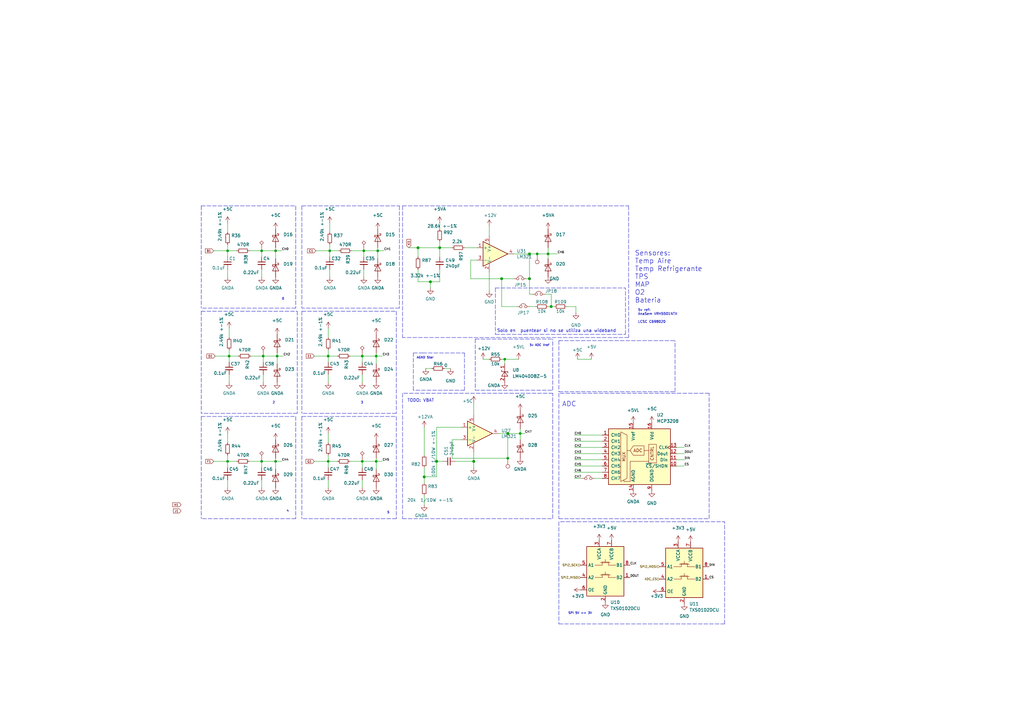
<source format=kicad_sch>
(kicad_sch (version 20211123) (generator eeschema)
  (paper "A3")
  (title_block (title "uEFI") (date "%%date%%") (rev "%%version%%") (company "Churrosoft") (comment 1 "MIT Licence"))
  (junction (at 113.03 102.87))
  (junction (at 224.79 104.14))
  (junction (at 171.45 101.6) (diameter 1.016))
  (junction (at 217.17 104.14) (diameter 1.016))
  (junction (at 179.07 189.23) (diameter 1.016))
  (junction (at 213.36 177.8))
  (junction (at 93.98 146.05))
  (junction (at 180.34 101.6) (diameter 1.016))
  (junction (at 93.345 102.87))
  (junction (at 148.59 189.23))
  (junction (at 220.345 104.14))
  (junction (at 93.345 189.23))
  (junction (at 107.315 102.87))
  (junction (at 208.28 177.8) (diameter 1.016))
  (junction (at 154.305 189.23))
  (junction (at 176.53 115.57) (diameter 1.016))
  (junction (at 113.03 189.23))
  (junction (at 208.28 187.96))
  (junction (at 134.62 189.23))
  (junction (at 107.95 146.05))
  (junction (at 226.06 125.73) (diameter 1.016))
  (junction (at 194.31 189.23) (diameter 1.016))
  (junction (at 207.01 147.32))
  (junction (at 134.62 146.05))
  (junction (at 148.59 146.05))
  (junction (at 154.305 146.05))
  (junction (at 217.17 114.3) (diameter 1.016))
  (junction (at 154.94 102.87))
  (junction (at 205.74 114.3) (diameter 1.016))
  (junction (at 113.665 146.05))
  (junction (at 107.315 189.23))
  (junction (at 149.225 102.87))
  (junction (at 173.99 195.58) (diameter 1.016))
  (junction (at 135.255 102.87))
  (polyline (pts (xy 82.55 170.815) (xy 121.285 170.815)))
  (wire (pts (xy 232.41 125.73) (xy 236.22 125.73)))
  (wire (pts (xy 149.225 110.49) (xy 149.225 113.665)))
  (wire (pts (xy 93.345 196.85) (xy 93.345 200.025)))
  (polyline (pts (xy 165.1 212.725) (xy 226.695 212.725)) (stroke (width 0) (type dash)))
  (polyline (pts (xy 123.825 84.455) (xy 163.83 84.455)))
  (wire (pts (xy 176.53 115.57) (xy 180.34 115.57)))
  (wire (pts (xy 180.34 101.6) (xy 171.45 101.6)))
  (wire (pts (xy 154.305 144.78) (xy 154.305 146.05)))
  (wire (pts (xy 189.23 180.34) (xy 185.42 180.34)))
  (polyline (pts (xy 162.56 169.545) (xy 123.825 169.545)))
  (wire (pts (xy 205.74 125.73) (xy 205.74 114.3)))
  (wire (pts (xy 135.255 102.87) (xy 139.065 102.87)))
  (polyline (pts (xy 121.285 84.455) (xy 121.285 126.365)))
  (polyline (pts (xy 123.825 170.815) (xy 123.825 212.725)))
  (polyline (pts (xy 257.81 84.455) (xy 257.81 138.43)))
  (polyline (pts (xy 165.1 84.455) (xy 257.81 84.455)))
  (polyline (pts (xy 256.54 137.16) (xy 256.54 118.11)) (stroke (width 0) (type dash)))
  (wire (pts (xy 224.79 125.73) (xy 226.06 125.73)))
  (wire (pts (xy 107.95 148.59) (xy 107.95 146.05)))
  (polyline (pts (xy 229.235 213.995) (xy 229.235 255.905)))
  (wire (pts (xy 128.905 146.05) (xy 134.62 146.05)))
  (wire (pts (xy 173.99 175.26) (xy 173.99 186.69)))
  (wire (pts (xy 87.63 102.87) (xy 93.345 102.87)))
  (wire (pts (xy 194.31 170.18) (xy 194.31 165.1)))
  (wire (pts (xy 173.99 195.58) (xy 173.99 198.12)))
  (wire (pts (xy 113.665 146.05) (xy 116.205 146.05)))
  (wire (pts (xy 180.34 91.44) (xy 180.34 93.98)))
  (wire (pts (xy 213.36 175.895) (xy 213.36 177.8)))
  (wire (pts (xy 185.42 101.6) (xy 180.34 101.6)))
  (wire (pts (xy 113.03 189.23) (xy 115.57 189.23)))
  (polyline (pts (xy 229.235 139.7) (xy 229.235 160.655)))
  (wire (pts (xy 224.79 101.6) (xy 224.79 104.14)))
  (polyline (pts (xy 121.285 126.365) (xy 82.55 126.365)))
  (polyline (pts (xy 194.945 139.065) (xy 194.945 160.02)))
  (wire (pts (xy 134.62 146.05) (xy 138.43 146.05)))
  (wire (pts (xy 113.03 101.6) (xy 113.03 102.87)))
  (polyline (pts (xy 121.92 127.635) (xy 121.92 169.545)))
  (wire (pts (xy 102.235 102.87) (xy 107.315 102.87)))
  (wire (pts (xy 93.98 146.05) (xy 97.79 146.05)))
  (wire (pts (xy 208.28 177.8) (xy 204.47 177.8)))
  (wire (pts (xy 154.305 189.23) (xy 156.845 189.23)))
  (polyline (pts (xy 162.56 212.725) (xy 123.825 212.725)))
  (wire (pts (xy 93.98 134.62) (xy 93.98 138.43)))
  (polyline (pts (xy 123.825 127.635) (xy 162.56 127.635)))
  (wire (pts (xy 143.51 146.05) (xy 148.59 146.05)))
  (wire (pts (xy 217.17 104.14) (xy 210.82 104.14)))
  (wire (pts (xy 143.51 189.23) (xy 148.59 189.23)))
  (wire (pts (xy 134.62 153.67) (xy 134.62 156.845)))
  (wire (pts (xy 226.06 120.65) (xy 223.52 120.65)))
  (wire (pts (xy 236.22 125.73) (xy 236.22 128.27)))
  (wire (pts (xy 210.82 114.3) (xy 205.74 114.3)))
  (polyline (pts (xy 165.1 161.29) (xy 165.1 212.725)) (stroke (width 0) (type dash)))
  (wire (pts (xy 185.42 187.96) (xy 208.28 187.96)))
  (polyline (pts (xy 229.235 161.29) (xy 229.235 212.725)) (stroke (width 0) (type dash)))
  (wire (pts (xy 277.495 183.515) (xy 280.67 183.515)))
  (wire (pts (xy 181.61 189.23) (xy 179.07 189.23)))
  (wire (pts (xy 87.63 189.23) (xy 93.345 189.23)))
  (wire (pts (xy 174.625 151.13) (xy 177.165 151.13)))
  (polyline (pts (xy 194.945 139.065) (xy 226.695 139.065)))
  (wire (pts (xy 149.225 102.87) (xy 154.94 102.87)))
  (wire (pts (xy 148.59 146.05) (xy 154.305 146.05)))
  (wire (pts (xy 148.59 153.67) (xy 148.59 156.845)))
  (wire (pts (xy 217.17 104.14) (xy 220.345 104.14)))
  (wire (pts (xy 107.95 153.67) (xy 107.95 156.845)))
  (wire (pts (xy 93.98 146.05) (xy 93.98 148.59)))
  (polyline (pts (xy 169.545 144.78) (xy 173.355 144.78)))
  (polyline (pts (xy 229.235 139.7) (xy 276.86 139.7)))
  (wire (pts (xy 154.305 146.05) (xy 156.845 146.05)))
  (polyline (pts (xy 121.92 169.545) (xy 82.55 169.545)))
  (polyline (pts (xy 276.86 160.655) (xy 276.86 139.7)))
  (wire (pts (xy 154.305 187.96) (xy 154.305 189.23)))
  (wire (pts (xy 171.45 115.57) (xy 176.53 115.57)))
  (wire (pts (xy 235.585 191.135) (xy 247.015 191.135)))
  (wire (pts (xy 212.09 125.73) (xy 205.74 125.73)))
  (wire (pts (xy 213.36 177.8) (xy 215.265 177.8)))
  (wire (pts (xy 215.9 114.3) (xy 217.17 114.3)))
  (wire (pts (xy 134.62 189.23) (xy 138.43 189.23)))
  (wire (pts (xy 93.98 153.67) (xy 93.98 156.845)))
  (wire (pts (xy 148.59 196.85) (xy 148.59 200.025)))
  (wire (pts (xy 113.03 189.23) (xy 113.03 192.405)))
  (wire (pts (xy 185.42 180.34) (xy 185.42 187.96)))
  (wire (pts (xy 236.855 147.32) (xy 242.57 147.32)))
  (wire (pts (xy 171.45 105.41) (xy 171.45 101.6)))
  (polyline (pts (xy 257.81 138.43) (xy 165.1 138.43)))
  (wire (pts (xy 173.99 203.2) (xy 173.99 207.01)))
  (wire (pts (xy 179.07 175.26) (xy 189.23 175.26)))
  (wire (pts (xy 207.01 147.32) (xy 212.725 147.32)))
  (wire (pts (xy 171.45 101.6) (xy 167.64 101.6)))
  (wire (pts (xy 134.62 196.85) (xy 134.62 200.025)))
  (wire (pts (xy 154.94 101.6) (xy 154.94 102.87)))
  (wire (pts (xy 277.495 188.595) (xy 280.67 188.595)))
  (wire (pts (xy 200.66 96.52) (xy 200.66 92.71)))
  (wire (pts (xy 205.74 147.32) (xy 207.01 147.32)))
  (wire (pts (xy 148.59 189.23) (xy 154.305 189.23)))
  (wire (pts (xy 107.315 105.41) (xy 107.315 102.87)))
  (wire (pts (xy 88.265 146.05) (xy 93.98 146.05)))
  (wire (pts (xy 102.235 189.23) (xy 107.315 189.23)))
  (polyline (pts (xy 163.83 84.455) (xy 163.83 126.365)))
  (wire (pts (xy 217.17 125.73) (xy 219.71 125.73)))
  (wire (pts (xy 217.17 120.65) (xy 217.17 114.3)))
  (wire (pts (xy 107.315 189.23) (xy 113.03 189.23)))
  (polyline (pts (xy 169.545 160.02) (xy 169.545 144.78)))
  (wire (pts (xy 226.06 125.73) (xy 226.06 120.65)))
  (polyline (pts (xy 123.825 84.455) (xy 123.825 126.365)))
  (wire (pts (xy 180.34 99.06) (xy 180.34 101.6)))
  (polyline (pts (xy 203.2 118.11) (xy 256.54 118.11)) (stroke (width 0) (type dash)))
  (wire (pts (xy 107.315 196.85) (xy 107.315 200.025)))
  (polyline (pts (xy 203.2 118.11) (xy 203.2 137.16)) (stroke (width 0) (type dash)))
  (polyline (pts (xy 226.695 161.29) (xy 165.1 161.29)) (stroke (width 0) (type dash)))
  (polyline (pts (xy 190.5 144.78) (xy 190.5 160.02)))
  (wire (pts (xy 194.31 189.23) (xy 194.31 185.42)))
  (wire (pts (xy 235.585 183.515) (xy 247.015 183.515)))
  (wire (pts (xy 107.315 102.87) (xy 113.03 102.87)))
  (wire (pts (xy 102.87 146.05) (xy 107.95 146.05)))
  (polyline (pts (xy 190.5 160.02) (xy 169.545 160.02)))
  (wire (pts (xy 134.62 146.05) (xy 134.62 148.59)))
  (wire (pts (xy 107.315 191.77) (xy 107.315 189.23)))
  (wire (pts (xy 134.62 143.51) (xy 134.62 146.05)))
  (wire (pts (xy 180.34 101.6) (xy 180.34 105.41)))
  (wire (pts (xy 179.07 175.26) (xy 179.07 189.23)))
  (wire (pts (xy 134.62 189.23) (xy 134.62 191.77)))
  (wire (pts (xy 93.345 186.69) (xy 93.345 189.23)))
  (wire (pts (xy 154.94 102.87) (xy 154.94 106.045)))
  (polyline (pts (xy 121.285 212.725) (xy 82.55 212.725)))
  (polyline (pts (xy 82.55 127.635) (xy 82.55 169.545)))
  (wire (pts (xy 171.45 110.49) (xy 171.45 115.57)))
  (wire (pts (xy 235.585 196.215) (xy 238.76 196.215)))
  (wire (pts (xy 243.84 196.215) (xy 247.015 196.215)))
  (polyline (pts (xy 203.2 137.16) (xy 256.54 137.16)) (stroke (width 0) (type dash)))
  (wire (pts (xy 148.59 148.59) (xy 148.59 146.05)))
  (wire (pts (xy 179.07 189.23) (xy 179.07 195.58)))
  (wire (pts (xy 154.305 146.05) (xy 154.305 149.225)))
  (wire (pts (xy 113.03 187.96) (xy 113.03 189.23)))
  (wire (pts (xy 218.44 120.65) (xy 217.17 120.65)))
  (wire (pts (xy 93.345 102.87) (xy 93.345 105.41)))
  (wire (pts (xy 205.74 114.3) (xy 193.04 114.3)))
  (polyline (pts (xy 82.55 84.455) (xy 82.55 126.365)))
  (polyline (pts (xy 290.83 161.29) (xy 229.235 161.29)) (stroke (width 0) (type dash)))
  (wire (pts (xy 93.345 91.44) (xy 93.345 95.25)))
  (wire (pts (xy 235.585 193.675) (xy 247.015 193.675)))
  (wire (pts (xy 107.95 146.05) (xy 113.665 146.05)))
  (wire (pts (xy 277.495 191.135) (xy 280.67 191.135)))
  (wire (pts (xy 134.62 186.69) (xy 134.62 189.23)))
  (wire (pts (xy 149.225 105.41) (xy 149.225 102.87)))
  (wire (pts (xy 154.94 102.87) (xy 157.48 102.87)))
  (polyline (pts (xy 226.695 212.725) (xy 226.695 161.29)) (stroke (width 0) (type dash)))
  (wire (pts (xy 195.58 106.68) (xy 193.04 106.68)))
  (wire (pts (xy 129.54 102.87) (xy 135.255 102.87)))
  (wire (pts (xy 128.905 189.23) (xy 134.62 189.23)))
  (wire (pts (xy 235.585 188.595) (xy 247.015 188.595)))
  (wire (pts (xy 93.345 110.49) (xy 93.345 113.665)))
  (wire (pts (xy 224.79 104.14) (xy 228.6 104.14)))
  (polyline (pts (xy 173.355 144.78) (xy 190.5 144.78)))
  (wire (pts (xy 182.245 151.13) (xy 184.785 151.13)))
  (wire (pts (xy 226.06 125.73) (xy 227.33 125.73)))
  (wire (pts (xy 190.5 101.6) (xy 195.58 101.6)))
  (wire (pts (xy 154.305 189.23) (xy 154.305 192.405)))
  (polyline (pts (xy 297.18 255.905) (xy 297.18 213.995)))
  (wire (pts (xy 193.04 106.68) (xy 193.04 114.3)))
  (wire (pts (xy 113.665 146.05) (xy 113.665 149.225)))
  (wire (pts (xy 135.255 100.33) (xy 135.255 102.87)))
  (polyline (pts (xy 82.55 127.635) (xy 121.92 127.635)))
  (polyline (pts (xy 194.945 160.02) (xy 226.695 160.02)))
  (polyline (pts (xy 82.55 170.815) (xy 82.55 212.725)))
  (polyline (pts (xy 121.285 170.815) (xy 121.285 212.725)))
  (polyline (pts (xy 163.83 126.365) (xy 123.825 126.365)))
  (wire (pts (xy 113.03 102.87) (xy 115.57 102.87)))
  (wire (pts (xy 134.62 134.62) (xy 134.62 138.43)))
  (wire (pts (xy 93.345 189.23) (xy 93.345 191.77)))
  (polyline (pts (xy 123.825 170.815) (xy 162.56 170.815)))
  (wire (pts (xy 194.31 191.77) (xy 194.31 189.23)))
  (wire (pts (xy 213.36 177.8) (xy 213.36 180.34)))
  (wire (pts (xy 107.315 110.49) (xy 107.315 113.665)))
  (polyline (pts (xy 82.55 84.455) (xy 121.285 84.455)))
  (polyline (pts (xy 123.825 127.635) (xy 123.825 169.545)))
  (wire (pts (xy 113.665 144.78) (xy 113.665 146.05)))
  (wire (pts (xy 200.66 111.76) (xy 200.66 119.38)))
  (wire (pts (xy 198.12 147.32) (xy 200.66 147.32)))
  (wire (pts (xy 235.585 186.055) (xy 247.015 186.055)))
  (wire (pts (xy 208.28 187.96) (xy 208.28 177.8)))
  (wire (pts (xy 135.255 91.44) (xy 135.255 95.25)))
  (wire (pts (xy 135.255 110.49) (xy 135.255 113.665)))
  (polyline (pts (xy 165.1 84.455) (xy 165.1 138.43)))
  (wire (pts (xy 217.17 114.3) (xy 217.17 104.14)))
  (wire (pts (xy 144.145 102.87) (xy 149.225 102.87)))
  (wire (pts (xy 93.345 189.23) (xy 97.155 189.23)))
  (wire (pts (xy 93.98 143.51) (xy 93.98 146.05)))
  (wire (pts (xy 134.62 177.8) (xy 134.62 181.61)))
  (polyline (pts (xy 229.235 255.905) (xy 297.18 255.905)))
  (polyline (pts (xy 229.87 213.995) (xy 297.18 213.995)))
  (wire (pts (xy 207.01 147.32) (xy 207.01 149.225)))
  (polyline (pts (xy 162.56 127.635) (xy 162.56 169.545)))
  (wire (pts (xy 176.53 118.11) (xy 176.53 115.57)))
  (wire (pts (xy 173.99 191.77) (xy 173.99 195.58)))
  (wire (pts (xy 148.59 191.77) (xy 148.59 189.23)))
  (wire (pts (xy 93.345 102.87) (xy 97.155 102.87)))
  (wire (pts (xy 93.345 100.33) (xy 93.345 102.87)))
  (wire (pts (xy 93.345 177.8) (xy 93.345 181.61)))
  (wire (pts (xy 235.585 180.975) (xy 247.015 180.975)))
  (polyline (pts (xy 290.83 212.725) (xy 290.83 161.29)) (stroke (width 0) (type dash)))
  (wire (pts (xy 180.34 115.57) (xy 180.34 110.49)))
  (wire (pts (xy 179.07 195.58) (xy 173.99 195.58)))
  (polyline (pts (xy 162.56 170.815) (xy 162.56 212.725)))
  (wire (pts (xy 186.69 189.23) (xy 194.31 189.23)))
  (wire (pts (xy 224.79 104.14) (xy 224.79 106.045)))
  (wire (pts (xy 220.345 104.14) (xy 224.79 104.14)))
  (wire (pts (xy 113.03 102.87) (xy 113.03 106.045)))
  (wire (pts (xy 277.495 186.055) (xy 280.67 186.055)))
  (wire (pts (xy 235.585 178.435) (xy 247.015 178.435)))
  (polyline (pts (xy 229.235 160.655) (xy 276.86 160.655)))
  (polyline (pts (xy 226.695 160.02) (xy 226.695 139.065)))
  (wire (pts (xy 208.28 177.8) (xy 213.36 177.8)))
  (polyline (pts (xy 229.235 212.725) (xy 290.83 212.725)) (stroke (width 0) (type dash)))
  (wire (pts (xy 135.255 102.87) (xy 135.255 105.41)))
  (text "TODO: VBAT" (at 167.005 165.1 0) (effects (font (size 1.27 1.27)) (justify left bottom)))
  (text "2" (at 111.76 165.735 0) (effects (font (size 0.889 0.889)) (justify left bottom)))
  (text "Sensores:\nTemp Aire\nTemp Refrigerante\nTPS\nMAP\nO2\nBateria\n" (at 260.35 124.46 0) (effects (font (size 2 2)) (justify left bottom)))
  (text "5" (at 158.75 210.82 0) (effects (font (size 0.889 0.889)) (justify left bottom)))
  (text "Solo en  puentear si no se utiliza una wideband" (at 203.835 136.525 0) (effects (font (size 1.3 1.3)) (justify left bottom)))
  (text "ADC" (at 230.505 167.005 0) (effects (font (size 2 2)) (justify left bottom)))
  (text "3" (at 147.955 165.735 0) (effects (font (size 0.889 0.889)) (justify left bottom)))
  (text "5v ADC Vref" (at 217.17 142.24 0) (effects (font (size 0.889 0.889)) (justify left bottom)))
  (text "SPI 5V => 3V" (at 233.045 252.095 0) (effects (font (size 0.889 0.889)) (justify left bottom)))
  (text "5v ref:\nAnaSem VRH5501NTX\n\nLCSC C698020" (at 261.62 132.715 0) (effects (font (size 1 1)) (justify left bottom)))
  (text "4" (at 117.475 210.185 0) (effects (font (size 0.889 0.889)) (justify left bottom)))
  (text "0" (at 115.57 123.19 0) (effects (font (size 0.889 0.889)) (justify left bottom)))
  (text "AGND Star" (at 170.815 147.32 0) (effects (font (size 0.889 0.889)) (justify left bottom)))
  (label "DIN" (at 290.83 232.41 0) (effects (font (size 0.889 0.889))))
  (label "CH1" (at 157.48 102.87 0) (effects (font (size 0.889 0.889))))
  (label "CH3" (at 156.845 146.05 0) (effects (font (size 0.889 0.889))))
  (label "CS" (at 290.83 237.49 0) (effects (font (size 0.889 0.889))))
  (label "CH2" (at 116.205 146.05 0) (effects (font (size 0.889 0.889))))
  (label "CH7" (at 215.265 177.8 0) (effects (font (size 0.889 0.889))))
  (label "CH5" (at 156.845 189.23 0) (effects (font (size 0.889 0.889))))
  (label "CH4" (at 115.57 189.23 0) (effects (font (size 0.889 0.889))))
  (label "CH5" (at 235.585 191.135 0) (effects (font (size 0.889 0.889))))
  (label "DOUT" (at 258.445 236.855 0) (effects (font (size 0.889 0.889))))
  (label "CLK" (at 258.445 231.775 0) (effects (font (size 0.889 0.889))))
  (label "CH7" (at 235.585 196.215 0) (effects (font (size 0.889 0.889))))
  (label "DIN" (at 280.67 188.595 0) (effects (font (size 0.889 0.889))))
  (label "CS" (at 280.67 191.135 0) (effects (font (size 0.889 0.889))))
  (label "CH3" (at 235.585 186.055 0) (effects (font (size 0.889 0.889))))
  (label "CLK" (at 280.67 183.515 0) (effects (font (size 0.889 0.889))))
  (label "DOUT" (at 280.67 186.055 0) (effects (font (size 0.889 0.889))))
  (label "CH1" (at 235.585 180.975 0) (effects (font (size 0.889 0.889))))
  (label "CH6" (at 228.6 104.14 0) (effects (font (size 0.889 0.889))))
  (label "CH0" (at 235.585 178.435 0) (effects (font (size 0.889 0.889))))
  (label "CH6" (at 235.585 193.675 0) (effects (font (size 0.889 0.889))))
  (label "CH2" (at 235.585 183.515 0) (effects (font (size 0.889 0.889))))
  (label "CH0" (at 115.57 102.87 0) (effects (font (size 0.889 0.889))))
  (label "CH4" (at 235.585 188.595 0) (effects (font (size 0.889 0.889))))
  (global_label "H1" (shape input) (at 74.295 207.01 180) (effects (font (size 0.889 0.889))) (property "Intersheet References" "${INTERSHEET_REFS}" (effects hide)))
  (global_label "G1" (shape input) (at 128.905 189.23 180) (effects (font (size 0.889 0.889))) (property "Intersheet References" "${INTERSHEET_REFS}" (effects hide)))
  (global_label "K1" (shape input) (at 167.64 101.6 90) (effects (font (size 0.889 0.889))) (property "Intersheet References" "${INTERSHEET_REFS}" (effects hide)))
  (global_label "C1" (shape input) (at 129.54 102.87 180) (effects (font (size 0.889 0.889))) (property "Intersheet References" "${INTERSHEET_REFS}" (effects hide)))
  (global_label "B1" (shape input) (at 87.63 102.87 180) (effects (font (size 0.889 0.889))) (property "Intersheet References" "${INTERSHEET_REFS}" (effects hide)))
  (global_label "D1" (shape input) (at 88.265 146.05 180) (effects (font (size 0.889 0.889))) (property "Intersheet References" "${INTERSHEET_REFS}" (effects hide)))
  (global_label "J1" (shape input) (at 74.295 209.55 180) (effects (font (size 0.889 0.889))) (property "Intersheet References" "${INTERSHEET_REFS}" (effects hide)))
  (global_label "E1" (shape input) (at 128.905 146.05 180) (effects (font (size 0.889 0.889))) (property "Intersheet References" "${INTERSHEET_REFS}" (effects hide)))
  (global_label "F1" (shape input) (at 87.63 189.23 180) (effects (font (size 0.889 0.889))) (property "Intersheet References" "${INTERSHEET_REFS}" (effects hide)))
  (hierarchical_label "ADC_CS" (shape input) (at 270.51 237.49 180) (effects (font (size 0.889 0.889))))
  (hierarchical_label "SPI2_MISO" (shape input) (at 238.125 236.855 180) (effects (font (size 0.889 0.889))))
  (hierarchical_label "SPI2_MOSI" (shape input) (at 270.51 232.41 180) (effects (font (size 0.889 0.889))))
  (hierarchical_label "SPI2_SCK" (shape input) (at 238.125 231.775 180) (effects (font (size 0.889 0.889))))
  (symbol (lib_id "Device:C_Small") (at 184.15 189.23 90) (unit 1)
    (property "Reference" "C51" (at 182.9816 186.8932 0) (effects (justify left)))
    (property "Value" "240pF" (at 185.293 186.8932 0) (effects (justify left)))
    (property "Footprint" "Capacitor_SMD:C_0603_1608Metric" (effects hide))
    (property "LCSC" "C185593" (effects hide))
  )
  (symbol (lib_id "Device:R_Small") (at 222.25 125.73 270) (mirror x) (unit 1)
    (property "Reference" "R108" (at 222.25 123.825 90))
    (property "Value" "10k" (at 222.25 127.635 90))
    (property "Footprint" "Resistor_SMD:R_0603_1608Metric" (effects hide))
  )
  (symbol (lib_id "Device:R_Small") (at 229.87 125.73 270) (mirror x) (unit 1)
    (property "Reference" "R109" (at 229.87 123.825 90))
    (property "Value" "10k" (at 229.87 127.635 90))
    (property "Footprint" "Resistor_SMD:R_0603_1608Metric" (effects hide))
  )
  (symbol (lib_id "Device:Jumper_NC_Small") (at 214.63 125.73 0) (unit 1)
    (property "Reference" "JP17" (at 214.63 128.27 0))
    (property "Value" "Jumper_NC_Small" (effects hide))
    (property "Footprint" "Jumper:SolderJumper-2_P1.3mm_Open_TrianglePad1.0x1.5mm" (effects hide))
  )
  (symbol (lib_id "Device:Jumper_NC_Small") (at 213.36 114.3 0) (unit 1)
    (property "Reference" "JP15" (at 213.36 116.84 0))
    (property "Value" "Jumper_NC_Small" (effects hide))
    (property "Footprint" "Jumper:SolderJumper-2_P1.3mm_Open_TrianglePad1.0x1.5mm" (effects hide))
  )
  (symbol (lib_id "Device:Jumper_NC_Small") (at 220.98 120.65 0) (unit 1)
    (property "Reference" "JP18" (at 226.06 119.38 0))
    (property "Value" "Jumper_NC_Small" (effects hide))
    (property "Footprint" "Jumper:SolderJumper-2_P1.3mm_Open_TrianglePad1.0x1.5mm" (effects hide))
  )
  (symbol (lib_id "Device:R_Small") (at 187.96 101.6 270) (unit 1)
    (property "Reference" "R97" (at 189.1284 103.0986 0) (effects (justify left)))
    (property "Value" "2.2k" (at 185.42 99.06 90) (effects (justify left)))
    (property "Footprint" "Resistor_SMD:R_0603_1608Metric" (effects hide))
    (property "LCSC" "C309092" (effects hide))
  )
  (symbol (lib_id "Device:R_Small") (at 171.45 107.95 0) (unit 1)
    (property "Reference" "R87" (at 172.9486 106.7816 0) (effects (justify left)))
    (property "Value" "3.32k +-1%" (at 168.275 113.03 0) (effects (justify left)))
    (property "Footprint" "Resistor_SMD:R_0603_1608Metric" (effects hide))
    (property "LCSC" "C234508" (effects hide))
  )
  (symbol (lib_id "Device:C_Small") (at 180.34 107.95 0) (unit 1)
    (property "Reference" "C49" (at 182.6768 106.7816 0) (effects (justify left)))
    (property "Value" "240pF" (at 182.6768 109.093 0) (effects (justify left)))
    (property "Footprint" "Capacitor_SMD:C_0603_1608Metric" (effects hide))
    (property "LCSC" "C185593" (effects hide))
  )
  (symbol (lib_id "Device:R_Small") (at 180.34 96.52 180) (unit 1)
    (property "Reference" "R92" (at 181.8386 95.3516 0) (effects (justify right)))
    (property "Value" "28.6k +-1%" (at 175.26 92.71 0) (effects (justify right)))
    (property "Footprint" "Resistor_SMD:R_0603_1608Metric" (effects hide))
    (property "LCSC" "C217931" (effects hide))
  )
  (symbol (lib_id "Amplifier_Operational:LM321") (at 203.2 104.14 0) (unit 1)
    (property "Reference" "U31" (at 211.9376 102.9716 0) (effects (justify left)))
    (property "Value" "LM321" (at 211.9376 105.283 0) (effects (justify left)))
    (property "Footprint" "Package_TO_SOT_SMD:SOT-23-5" (effects hide))
    (property "Datasheet" "http://www.ti.com/lit/ds/symlink/lm321.pdf" (effects hide))
  )
  (symbol (lib_id "power:+12V") (at 200.66 92.71 0) (unit 1)
    (property "Reference" "#PWR0151" (effects hide))
    (property "Value" "+12V" (at 201.041 88.3158 0))
  )
  (symbol (lib_id "Device:R_Small") (at 173.99 200.66 0) (unit 1)
    (property "Reference" "R83" (at 175.4886 199.4916 0) (effects (justify left)))
    (property "Value" "20k  1/10W +-1%" (at 167.005 205.105 0) (effects (justify left)))
    (property "Footprint" "Resistor_SMD:R_0603_1608Metric" (effects hide))
  )
  (symbol (lib_id "Amplifier_Operational:LM321") (at 196.85 177.8 0) (unit 1)
    (property "Reference" "U27" (at 205.5876 176.6316 0) (effects (justify left)))
    (property "Value" "LM321" (at 205.5876 178.943 0) (effects (justify left)))
    (property "Footprint" "Package_TO_SOT_SMD:SOT-23-5" (effects hide))
    (property "Datasheet" "http://www.ti.com/lit/ds/symlink/lm321.pdf" (effects hide))
  )
  (symbol (lib_id "Device:R_Small") (at 173.99 189.23 180) (unit 1)
    (property "Reference" "R82" (at 172.4914 190.3984 0) (effects (justify left)))
    (property "Value" "100k 1/10W +-1%" (at 177.8 176.53 90) (effects (justify left)))
    (property "Footprint" "Resistor_SMD:R_0603_1608Metric" (effects hide))
    (property "LCSC" "C217840" (effects hide))
  )
  (symbol (lib_id "power:+5C") (at 134.62 134.62 0) (unit 1)
    (property "Reference" "#PWR060" (effects hide))
    (property "Value" "+5C" (at 134.62 128.905 0))
  )
  (symbol (lib_id "power:+12VA") (at 173.99 175.26 0) (unit 1)
    (property "Reference" "#PWR0179" (effects hide))
    (property "Value" "+12VA" (at 174.3583 170.9356 0))
  )
  (symbol (lib_id "power:GNDA") (at 154.94 113.665 0) (unit 1)
    (property "Reference" "#PWR048" (effects hide))
    (property "Value" "GNDA" (at 154.94 118.11 0))
  )
  (symbol (lib_id "power:GNDA") (at 113.03 113.665 0) (unit 1)
    (property "Reference" "#PWR042" (effects hide))
    (property "Value" "GNDA" (at 113.03 118.11 0))
  )
  (symbol (lib_id "power:+3V3") (at 278.13 222.25 0) (unit 1)
    (property "Reference" "#PWR0143" (effects hide))
    (property "Value" "+3V3" (at 278.13 216.535 0))
  )
  (symbol (lib_id "power:+5C") (at 134.62 177.8 0) (unit 1)
    (property "Reference" "#PWR083" (effects hide))
    (property "Value" "+5C" (at 134.62 172.085 0))
  )
  (symbol (lib_id "power:GNDA") (at 174.625 151.13 0) (unit 1)
    (property "Reference" "#PWR064" (effects hide))
    (property "Value" "GNDA" (at 174.625 155.575 0))
  )
  (symbol (lib_id "power:GNDA") (at 135.255 113.665 0) (unit 1)
    (property "Reference" "#PWR037" (effects hide))
    (property "Value" "GNDA" (at 135.255 118.11 0))
  )
  (symbol (lib_id "power:+5V") (at 283.21 222.25 0) (unit 1)
    (property "Reference" "#PWR0138" (effects hide))
    (property "Value" "+5V" (at 283.21 217.17 0))
  )
  (symbol (lib_id "Diode:PMEG2020EH") (at 154.305 184.15 270) (unit 1)
    (property "Reference" "D27" (at 157.48 182.5624 90) (effects (justify left)))
    (property "Value" "K26" (effects hide))
    (property "Footprint" "Diode_SMD:D_SOD-323" (effects hide))
    (property "Datasheet" "https://datasheet.lcsc.com/lcsc/2111221830_GOODWORK-K26_C2922179.pdf" (effects hide))
    (property "LCSC" "C2922179" (effects hide))
  )
  (symbol (lib_id "Diode:PMEG2020EH") (at 213.36 184.15 270) (unit 1)
    (property "Reference" "D28" (at 216.535 182.5624 90) (effects (justify left)))
    (property "Value" "K26" (effects hide))
    (property "Footprint" "Diode_SMD:D_SOD-323" (effects hide))
    (property "Datasheet" "https://datasheet.lcsc.com/lcsc/2111221830_GOODWORK-K26_C2922179.pdf" (effects hide))
    (property "LCSC" "C2922179" (effects hide))
  )
  (symbol (lib_id "power:+3V3") (at 245.745 221.615 0) (unit 1)
    (property "Reference" "#PWR0134" (effects hide))
    (property "Value" "+3V3" (at 245.745 215.9 0))
  )
  (symbol (lib_id "Diode:PMEG2020EH") (at 154.305 153.035 270) (unit 1)
    (property "Reference" "D24" (at 157.48 151.4474 90) (effects (justify left)))
    (property "Value" "K26" (effects hide))
    (property "Footprint" "Diode_SMD:D_SOD-323" (effects hide))
    (property "Datasheet" "https://datasheet.lcsc.com/lcsc/2111221830_GOODWORK-K26_C2922179.pdf" (effects hide))
    (property "LCSC" "C2922179" (effects hide))
  )
  (symbol (lib_id "power:GNDA") (at 107.315 113.665 0) (unit 1)
    (property "Reference" "#PWR056" (effects hide))
    (property "Value" "GNDA" (at 107.315 118.11 0))
  )
  (symbol (lib_id "Device:R_Small") (at 93.98 140.97 180) (unit 1)
    (property "Reference" "R40" (at 95.4786 139.8016 0) (effects (justify right)))
    (property "Value" "2.49k +-1%" (at 90.805 142.24 90) (effects (justify right)))
    (property "Footprint" "Resistor_SMD:R_0603_1608Metric" (effects hide))
  )
  (symbol (lib_id "power:GND") (at 176.53 118.11 0) (unit 1)
    (property "Reference" "#PWR0156" (effects hide))
    (property "Value" "GND" (at 176.53 122.555 0))
  )
  (symbol (lib_id "Diode:PMEG2020EH") (at 224.79 109.855 270) (unit 1)
    (property "Reference" "D20" (at 227.965 108.2674 90) (effects (justify left)))
    (property "Value" "K26" (effects hide))
    (property "Footprint" "Diode_SMD:D_SOD-323" (effects hide))
    (property "Datasheet" "https://datasheet.lcsc.com/lcsc/2111221830_GOODWORK-K26_C2922179.pdf" (effects hide))
    (property "LCSC" "C2922179" (effects hide))
  )
  (symbol (lib_id "Device:R_Small") (at 99.695 189.23 270) (unit 1)
    (property "Reference" "R47" (at 100.8634 190.7286 0) (effects (justify left)))
    (property "Value" "470R" (at 97.155 186.69 90) (effects (justify left)))
    (property "Footprint" "Resistor_SMD:R_0603_1608Metric" (effects hide))
  )
  (symbol (lib_id "power:+5C") (at 236.855 147.32 0) (unit 1)
    (property "Reference" "#PWR0131" (effects hide))
    (property "Value" "+5C" (at 236.855 143.51 0))
  )
  (symbol (lib_id "Device:C_Small") (at 135.255 107.95 0) (unit 1)
    (property "Reference" "C32" (at 135.89 106.045 0) (effects (justify left)))
    (property "Value" "0.1uF" (at 128.905 109.855 0) (effects (justify left)))
    (property "Footprint" "Capacitor_SMD:C_0603_1608Metric" (effects hide))
  )
  (symbol (lib_id "Connector:TestPoint_Alt") (at 107.315 189.23 0) (unit 1)
    (property "Reference" "TP14" (effects hide))
    (property "Value" "TestPoint_Alt" (effects hide))
    (property "Footprint" "TestPoint:TestPoint_THTPad_1.0x1.0mm_Drill0.5mm" (effects hide))
  )
  (symbol (lib_id "power:+5C") (at 194.31 165.1 0) (unit 1)
    (property "Reference" "#PWR071" (effects hide))
    (property "Value" "+5C" (at 191.77 164.465 0))
  )
  (symbol (lib_id "Device:R_Small") (at 134.62 140.97 180) (unit 1)
    (property "Reference" "R41" (at 136.1186 139.8016 0) (effects (justify right)))
    (property "Value" "2.49k +-1%" (at 131.445 142.24 90) (effects (justify right)))
    (property "Footprint" "Resistor_SMD:R_0603_1608Metric" (effects hide))
  )
  (symbol (lib_id "power:+5C") (at 113.03 180.34 0) (unit 1)
    (property "Reference" "#PWR084" (effects hide))
    (property "Value" "+5C" (at 113.03 174.625 0))
  )
  (symbol (lib_id "Connector:TestPoint_Alt") (at 107.95 146.05 0) (unit 1)
    (property "Reference" "TP12" (effects hide))
    (property "Value" "TestPoint_Alt" (effects hide))
    (property "Footprint" "TestPoint:TestPoint_THTPad_1.0x1.0mm_Drill0.5mm" (effects hide))
  )
  (symbol (lib_id "power:GNDA") (at 259.715 201.295 0) (unit 1)
    (property "Reference" "#PWR081" (effects hide))
    (property "Value" "GNDA" (at 259.715 205.74 0))
  )
  (symbol (lib_id "Diode:PMEG2020EH") (at 224.79 97.79 270) (unit 1)
    (property "Reference" "D17" (at 227.965 96.2024 90) (effects (justify left)))
    (property "Value" "K26" (effects hide))
    (property "Footprint" "Diode_SMD:D_SOD-323" (effects hide))
    (property "Datasheet" "https://datasheet.lcsc.com/lcsc/2111221830_GOODWORK-K26_C2922179.pdf" (effects hide))
    (property "LCSC" "C2922179" (effects hide))
  )
  (symbol (lib_id "Device:C_Small") (at 93.345 107.95 0) (unit 1)
    (property "Reference" "C1" (at 93.98 106.045 0) (effects (justify left)))
    (property "Value" "0.1uF" (at 86.995 109.855 0) (effects (justify left)))
    (property "Footprint" "Capacitor_SMD:C_0603_1608Metric" (effects hide))
  )
  (symbol (lib_id "power:GND") (at 280.67 247.65 0) (unit 1)
    (property "Reference" "#PWR0150" (effects hide))
    (property "Value" "GND" (at 280.67 252.73 0))
  )
  (symbol (lib_id "Diode:PMEG2020EH") (at 113.03 97.79 270) (unit 1)
    (property "Reference" "D16" (at 116.205 96.2024 90) (effects (justify left)))
    (property "Value" "K26" (effects hide))
    (property "Footprint" "Diode_SMD:D_SOD-323" (effects hide))
    (property "Datasheet" "https://datasheet.lcsc.com/lcsc/2111221830_GOODWORK-K26_C2922179.pdf" (effects hide))
    (property "LCSC" "C2922179" (effects hide))
  )
  (symbol (lib_id "power:+5C") (at 93.98 134.62 0) (unit 1)
    (property "Reference" "#PWR057" (effects hide))
    (property "Value" "+5C" (at 93.98 128.905 0))
  )
  (symbol (lib_id "power:GNDA") (at 134.62 200.025 0) (unit 1)
    (property "Reference" "#PWR095" (effects hide))
    (property "Value" "GNDA" (at 134.62 204.47 0))
  )
  (symbol (lib_id "Device:C_Small") (at 93.98 151.13 0) (unit 1)
    (property "Reference" "C37" (at 94.615 149.225 0) (effects (justify left)))
    (property "Value" "0.1uF" (at 87.63 153.035 0) (effects (justify left)))
    (property "Footprint" "Capacitor_SMD:C_0603_1608Metric" (effects hide))
  )
  (symbol (lib_id "Device:R_Small") (at 93.345 97.79 180) (unit 1)
    (property "Reference" "R36" (at 94.8436 96.6216 0) (effects (justify right)))
    (property "Value" "2.49k +-1%" (at 90.17 99.06 90) (effects (justify right)))
    (property "Footprint" "Resistor_SMD:R_0603_1608Metric" (effects hide))
  )
  (symbol (lib_id "Diode:PMEG2020EH") (at 113.665 153.035 270) (unit 1)
    (property "Reference" "D23" (at 116.84 151.4474 90) (effects (justify left)))
    (property "Value" "K26" (effects hide))
    (property "Footprint" "Diode_SMD:D_SOD-323" (effects hide))
    (property "Datasheet" "https://datasheet.lcsc.com/lcsc/2111221830_GOODWORK-K26_C2922179.pdf" (effects hide))
    (property "LCSC" "C2922179" (effects hide))
  )
  (symbol (lib_id "Logic_LevelTranslator:TXS0102DCU") (at 280.67 234.95 0) (unit 1)
    (property "Reference" "U11" (at 282.6894 247.65 0) (effects (justify left)))
    (property "Value" "TXS0102DCU" (at 282.6894 250.19 0) (effects (justify left)))
    (property "Footprint" "Package_SO:VSSOP-8_2.3x2mm_P0.5mm" (effects hide))
    (property "Datasheet" "http://www.ti.com/lit/gpn/txs0102" (effects hide))
  )
  (symbol (lib_id "power:GNDA") (at 173.99 207.01 0) (unit 1)
    (property "Reference" "#PWR085" (effects hide))
    (property "Value" "GNDA" (at 172.72 211.455 0))
  )
  (symbol (lib_id "power:+5C") (at 267.335 173.355 0) (unit 1)
    (property "Reference" "#PWR0132" (effects hide))
    (property "Value" "+5C" (at 267.335 167.64 0))
  )
  (symbol (lib_id "Device:C_Small") (at 93.345 194.31 0) (unit 1)
    (property "Reference" "C45" (at 93.98 192.405 0) (effects (justify left)))
    (property "Value" "0.1uF" (at 86.995 196.215 0) (effects (justify left)))
    (property "Footprint" "Capacitor_SMD:C_0603_1608Metric" (effects hide))
  )
  (symbol (lib_id "power:GNDA") (at 148.59 200.025 0) (unit 1)
    (property "Reference" "#PWR096" (effects hide))
    (property "Value" "GNDA" (at 148.59 204.47 0))
  )
  (symbol (lib_id "Diode:PMEG2020EH") (at 113.03 184.15 270) (unit 1)
    (property "Reference" "D26" (at 116.205 182.5624 90) (effects (justify left)))
    (property "Value" "K26" (effects hide))
    (property "Footprint" "Diode_SMD:D_SOD-323" (effects hide))
    (property "Datasheet" "https://datasheet.lcsc.com/lcsc/2111221830_GOODWORK-K26_C2922179.pdf" (effects hide))
    (property "LCSC" "C2922179" (effects hide))
  )
  (symbol (lib_id "power:GND") (at 248.285 247.015 0) (unit 1)
    (property "Reference" "#PWR0149" (effects hide))
    (property "Value" "GND" (at 248.285 252.095 0))
  )
  (symbol (lib_id "power:GND") (at 267.335 201.295 0) (unit 1)
    (property "Reference" "#PWR082" (effects hide))
    (property "Value" "GND" (at 267.335 206.375 0))
  )
  (symbol (lib_id "Diode:PMEG2020EH") (at 154.305 196.215 270) (unit 1)
    (property "Reference" "D30" (at 157.48 194.6274 90) (effects (justify left)))
    (property "Value" "K26" (effects hide))
    (property "Footprint" "Diode_SMD:D_SOD-323" (effects hide))
    (property "Datasheet" "https://datasheet.lcsc.com/lcsc/2111221830_GOODWORK-K26_C2922179.pdf" (effects hide))
    (property "LCSC" "C2922179" (effects hide))
  )
  (symbol (lib_id "Analog_ADC:MCP3208") (at 262.255 186.055 0) (unit 1)
    (property "Reference" "U2" (at 269.3544 170.18 0) (effects (justify left)))
    (property "Value" "MCP3208" (at 269.3544 172.72 0) (effects (justify left)))
    (property "Footprint" "Package_SO:SOIC-16_3.9x9.9mm_P1.27mm" (effects hide))
    (property "Datasheet" "http://ww1.microchip.com/downloads/en/DeviceDoc/21298c.pdf" (effects hide))
  )
  (symbol (lib_id "power:GNDA") (at 134.62 156.845 0) (unit 1)
    (property "Reference" "#PWR068" (effects hide))
    (property "Value" "GNDA" (at 134.62 161.29 0))
  )
  (symbol (lib_id "Connector:TestPoint_Alt") (at 148.59 146.05 0) (unit 1)
    (property "Reference" "TP13" (effects hide))
    (property "Value" "TestPoint_Alt" (effects hide))
    (property "Footprint" "TestPoint:TestPoint_THTPad_1.0x1.0mm_Drill0.5mm" (effects hide))
  )
  (symbol (lib_id "power:+3V3") (at 270.51 242.57 90) (unit 1)
    (property "Reference" "#PWR0152" (effects hide))
    (property "Value" "+3V3" (at 266.7 244.475 90) (effects (justify right)))
  )
  (symbol (lib_id "Diode:PMEG2020EH") (at 113.665 140.97 270) (unit 1)
    (property "Reference" "D21" (at 116.84 139.3824 90) (effects (justify left)))
    (property "Value" "K26" (effects hide))
    (property "Footprint" "Diode_SMD:D_SOD-323" (effects hide))
    (property "Datasheet" "https://datasheet.lcsc.com/lcsc/2111221830_GOODWORK-K26_C2922179.pdf" (effects hide))
    (property "LCSC" "C2922179" (effects hide))
  )
  (symbol (lib_id "power:GND") (at 200.66 119.38 0) (unit 1)
    (property "Reference" "#PWR0157" (effects hide))
    (property "Value" "GND" (at 200.66 123.825 0))
  )
  (symbol (lib_id "power:+5V") (at 242.57 147.32 0) (unit 1)
    (property "Reference" "#PWR0164" (effects hide))
    (property "Value" "+5V" (at 242.57 142.24 0))
  )
  (symbol (lib_id "Device:R_Small") (at 140.97 146.05 270) (unit 1)
    (property "Reference" "R43" (at 142.1384 147.5486 0) (effects (justify left)))
    (property "Value" "470R" (at 138.43 143.51 90) (effects (justify left)))
    (property "Footprint" "Resistor_SMD:R_0603_1608Metric" (effects hide))
  )
  (symbol (lib_id "Device:C_Small") (at 107.315 107.95 0) (unit 1)
    (property "Reference" "C4" (at 107.95 106.045 0) (effects (justify left)))
    (property "Value" "0.22uF" (at 99.695 111.76 0) (effects (justify left)))
    (property "Footprint" "Capacitor_SMD:C_0603_1608Metric" (effects hide))
  )
  (symbol (lib_id "power:GNDA") (at 213.36 187.96 0) (unit 1)
    (property "Reference" "#PWR077" (effects hide))
    (property "Value" "GNDA" (at 213.36 192.405 0))
  )
  (symbol (lib_id "power:GNDA") (at 154.305 156.845 0) (unit 1)
    (property "Reference" "#PWR079" (effects hide))
    (property "Value" "GNDA" (at 154.305 161.29 0))
  )
  (symbol (lib_id "power:+5C") (at 154.305 137.16 0) (unit 1)
    (property "Reference" "#PWR062" (effects hide))
    (property "Value" "+5C" (at 154.305 131.445 0))
  )
  (symbol (lib_id "Diode:PMEG2020EH") (at 154.94 109.855 270) (unit 1)
    (property "Reference" "D18" (at 158.115 108.2674 90) (effects (justify left)))
    (property "Value" "K26" (effects hide))
    (property "Footprint" "Diode_SMD:D_SOD-323" (effects hide))
    (property "Datasheet" "https://datasheet.lcsc.com/lcsc/2111221830_GOODWORK-K26_C2922179.pdf" (effects hide))
    (property "LCSC" "C2922179" (effects hide))
  )
  (symbol (lib_id "Device:R_Small") (at 100.33 146.05 270) (unit 1)
    (property "Reference" "R42" (at 101.4984 147.5486 0) (effects (justify left)))
    (property "Value" "470R" (at 97.79 143.51 90) (effects (justify left)))
    (property "Footprint" "Resistor_SMD:R_0603_1608Metric" (effects hide))
  )
  (symbol (lib_id "power:GNDA") (at 148.59 156.845 0) (unit 1)
    (property "Reference" "#PWR069" (effects hide))
    (property "Value" "GNDA" (at 148.59 161.29 0))
  )
  (symbol (lib_id "power:GNDA") (at 93.98 156.845 0) (unit 1)
    (property "Reference" "#PWR063" (effects hide))
    (property "Value" "GNDA" (at 93.98 161.29 0))
  )
  (symbol (lib_id "Connector:TestPoint_Alt") (at 149.225 102.87 0) (unit 1)
    (property "Reference" "TP11" (effects hide))
    (property "Value" "TestPoint_Alt" (effects hide))
    (property "Footprint" "TestPoint:TestPoint_THTPad_1.0x1.0mm_Drill0.5mm" (effects hide))
  )
  (symbol (lib_id "power:+5V") (at 250.825 221.615 0) (unit 1)
    (property "Reference" "#PWR0133" (effects hide))
    (property "Value" "+5V" (at 250.825 216.535 0))
  )
  (symbol (lib_id "power:GNDA") (at 107.315 200.025 0) (unit 1)
    (property "Reference" "#PWR093" (effects hide))
    (property "Value" "GNDA" (at 107.315 204.47 0))
  )
  (symbol (lib_id "Diode:PMEG2020EH") (at 113.03 109.855 270) (unit 1)
    (property "Reference" "D19" (at 116.205 108.2674 90) (effects (justify left)))
    (property "Value" "K26" (effects hide))
    (property "Footprint" "Diode_SMD:D_SOD-323" (effects hide))
    (property "Datasheet" "https://datasheet.lcsc.com/lcsc/2111221830_GOODWORK-K26_C2922179.pdf" (effects hide))
    (property "LCSC" "C2922179" (effects hide))
  )
  (symbol (lib_id "Connector:TestPoint_Alt") (at 107.315 102.87 0) (unit 1)
    (property "Reference" "TP10" (effects hide))
    (property "Value" "TestPoint_Alt" (effects hide))
    (property "Footprint" "TestPoint:TestPoint_THTPad_1.0x1.0mm_Drill0.5mm" (effects hide))
  )
  (symbol (lib_id "power:GNDA") (at 113.03 200.025 0) (unit 1)
    (property "Reference" "#PWR094" (effects hide))
    (property "Value" "GNDA" (at 113.03 204.47 0))
  )
  (symbol (lib_id "power:+5C") (at 113.665 137.16 0) (unit 1)
    (property "Reference" "#PWR061" (effects hide))
    (property "Value" "+5C" (at 113.665 131.445 0))
  )
  (symbol (lib_id "power:GNDA") (at 154.305 200.025 0) (unit 1)
    (property "Reference" "#PWR097" (effects hide))
    (property "Value" "GNDA" (at 154.305 204.47 0))
  )
  (symbol (lib_id "power:+5VL") (at 259.715 173.355 0) (unit 1)
    (property "Reference" "#PWR089" (effects hide))
    (property "Value" "+5VL" (at 259.715 168.275 0))
  )
  (symbol (lib_id "Logic_LevelTranslator:TXS0102DCU") (at 248.285 234.315 0) (unit 1)
    (property "Reference" "U10" (at 250.3044 247.015 0) (effects (justify left)))
    (property "Value" "TXS0102DCU" (at 250.3044 249.555 0) (effects (justify left)))
    (property "Footprint" "Package_SO:VSSOP-8_2.3x2mm_P0.5mm" (effects hide))
    (property "Datasheet" "http://www.ti.com/lit/gpn/txs0102" (effects hide))
  )
  (symbol (lib_id "power:+12V") (at 198.12 147.32 0) (unit 1)
    (property "Reference" "#PWR072" (effects hide))
    (property "Value" "+12V" (at 198.501 142.9258 0))
  )
  (symbol (lib_id "power:+5C") (at 154.94 93.98 0) (unit 1)
    (property "Reference" "#PWR028" (effects hide))
    (property "Value" "+5C" (at 154.94 88.265 0))
  )
  (symbol (lib_id "power:GNDA") (at 194.31 191.77 0) (unit 1)
    (property "Reference" "#PWR078" (effects hide))
    (property "Value" "GNDA" (at 194.31 196.215 0))
  )
  (symbol (lib_id "Diode:PMEG2020EH") (at 113.03 196.215 270) (unit 1)
    (property "Reference" "D29" (at 116.205 194.6274 90) (effects (justify left)))
    (property "Value" "K26" (effects hide))
    (property "Footprint" "Diode_SMD:D_SOD-323" (effects hide))
    (property "Datasheet" "https://datasheet.lcsc.com/lcsc/2111221830_GOODWORK-K26_C2922179.pdf" (effects hide))
    (property "LCSC" "C2922179" (effects hide))
  )
  (symbol (lib_id "Device:R_Small") (at 93.345 184.15 180) (unit 1)
    (property "Reference" "R44" (at 94.8436 182.9816 0) (effects (justify right)))
    (property "Value" "2.49k +-1%" (at 90.17 185.42 90) (effects (justify right)))
    (property "Footprint" "Resistor_SMD:R_0603_1608Metric" (effects hide))
  )
  (symbol (lib_id "Connector:TestPoint") (at 208.28 187.96 180) (unit 1)
    (property "Reference" "TP19" (effects hide))
    (property "Value" "TestPoint" (effects hide))
    (property "Footprint" "TestPoint:TestPoint_Pad_2.0x2.0mm" (effects hide))
  )
  (symbol (lib_id "power:+5C") (at 113.03 93.98 0) (unit 1)
    (property "Reference" "#PWR032" (effects hide))
    (property "Value" "+5C" (at 113.03 88.265 0))
  )
  (symbol (lib_id "power:+5C") (at 93.345 177.8 0) (unit 1)
    (property "Reference" "#PWR080" (effects hide))
    (property "Value" "+5C" (at 93.345 172.085 0))
  )
  (symbol (lib_id "power:GNDA") (at 93.345 200.025 0) (unit 1)
    (property "Reference" "#PWR092" (effects hide))
    (property "Value" "GNDA" (at 93.345 204.47 0))
  )
  (symbol (lib_id "power:GNDA") (at 93.345 113.665 0) (unit 1)
    (property "Reference" "#PWR034" (effects hide))
    (property "Value" "GNDA" (at 93.345 118.11 0))
  )
  (symbol (lib_id "Device:R_Small") (at 203.2 147.32 270) (mirror x) (unit 1)
    (property "Reference" "R55" (at 203.2 145.415 90))
    (property "Value" "10k" (at 203.2 149.225 90))
    (property "Footprint" "Resistor_SMD:R_0603_1608Metric" (effects hide))
  )
  (symbol (lib_id "power:GNDA") (at 107.95 156.845 0) (unit 1)
    (property "Reference" "#PWR066" (effects hide))
    (property "Value" "GNDA" (at 107.95 161.29 0))
  )
  (symbol (lib_id "Device:R_Small") (at 134.62 184.15 180) (unit 1)
    (property "Reference" "R45" (at 136.1186 182.9816 0) (effects (justify right)))
    (property "Value" "2.49k +-1%" (at 131.445 185.42 90) (effects (justify right)))
    (property "Footprint" "Resistor_SMD:R_0603_1608Metric" (effects hide))
  )
  (symbol (lib_id "Device:R_Small") (at 140.97 189.23 270) (unit 1)
    (property "Reference" "R48" (at 142.1384 190.7286 0) (effects (justify left)))
    (property "Value" "470R" (at 138.43 186.69 90) (effects (justify left)))
    (property "Footprint" "Resistor_SMD:R_0603_1608Metric" (effects hide))
  )
  (symbol (lib_id "power:GND") (at 236.22 128.27 0) (unit 1)
    (property "Reference" "#PWR0158" (effects hide))
    (property "Value" "GND" (at 236.22 133.35 0))
  )
  (symbol (lib_id "power:+5VA") (at 180.34 91.44 0) (unit 1)
    (property "Reference" "#PWR0154" (effects hide))
    (property "Value" "+5VA" (at 180.34 85.725 0))
  )
  (symbol (lib_id "power:+5C") (at 213.36 168.275 0) (unit 1)
    (property "Reference" "#PWR075" (effects hide))
    (property "Value" "+5C" (at 213.36 162.56 0))
  )
  (symbol (lib_id "Device:C_Small") (at 149.225 107.95 0) (unit 1)
    (property "Reference" "C35" (at 149.86 106.045 0) (effects (justify left)))
    (property "Value" "0.22uF" (at 141.605 111.76 0) (effects (justify left)))
    (property "Footprint" "Capacitor_SMD:C_0603_1608Metric" (effects hide))
  )
  (symbol (lib_id "Device:C_Small") (at 134.62 151.13 0) (unit 1)
    (property "Reference" "C43" (at 135.255 149.225 0) (effects (justify left)))
    (property "Value" "0.1uF" (at 128.27 153.035 0) (effects (justify left)))
    (property "Footprint" "Capacitor_SMD:C_0603_1608Metric" (effects hide))
  )
  (symbol (lib_id "Device:R_Small") (at 135.255 97.79 180) (unit 1)
    (property "Reference" "R37" (at 136.7536 96.6216 0) (effects (justify right)))
    (property "Value" "2.49k +-1%" (at 132.08 99.06 90) (effects (justify right)))
    (property "Footprint" "Resistor_SMD:R_0603_1608Metric" (effects hide))
  )
  (symbol (lib_id "power:+5C") (at 135.255 91.44 0) (unit 1)
    (property "Reference" "#PWR027" (effects hide))
    (property "Value" "+5C" (at 135.255 85.725 0))
  )
  (symbol (lib_id "Device:Jumper_NC_Small") (at 241.3 196.215 0) (unit 1)
    (property "Reference" "JP12" (effects hide))
    (property "Value" "Jumper_NC_Small" (effects hide))
    (property "Footprint" "Jumper:SolderJumper-2_P1.3mm_Open_TrianglePad1.0x1.5mm" (effects hide))
  )
  (symbol (lib_id "power:GNDA") (at 149.225 113.665 0) (unit 1)
    (property "Reference" "#PWR043" (effects hide))
    (property "Value" "GNDA" (at 149.225 118.11 0))
  )
  (symbol (lib_id "power:+3V3") (at 238.125 241.935 90) (unit 1)
    (property "Reference" "#PWR0153" (effects hide))
    (property "Value" "+3V3" (at 234.315 244.475 90) (effects (justify right)))
  )
  (symbol (lib_id "Connector:TestPoint_Alt") (at 148.59 189.23 0) (unit 1)
    (property "Reference" "TP15" (effects hide))
    (property "Value" "TestPoint_Alt" (effects hide))
    (property "Footprint" "TestPoint:TestPoint_THTPad_1.0x1.0mm_Drill0.5mm" (effects hide))
  )
  (symbol (lib_id "Reference_Voltage:LM4040DBZ-5") (at 207.01 153.035 90) (unit 1)
    (property "Reference" "U8" (at 210.185 151.7649 90) (effects (justify right)))
    (property "Value" "LM4040DBZ-5" (at 210.185 154.3049 90) (effects (justify right)))
    (property "Footprint" "Package_TO_SOT_SMD:SOT-23" (effects hide))
    (property "Datasheet" "http://www.ti.com/lit/ds/symlink/lm4040-n.pdf" (effects hide))
    (property "LCSC" "C140239" (effects hide))
  )
  (symbol (lib_id "power:+5VL") (at 212.725 147.32 0) (unit 1)
    (property "Reference" "#PWR074" (effects hide))
    (property "Value" "+5VL" (at 212.725 142.24 0))
  )
  (symbol (lib_id "power:GNDA") (at 113.665 156.845 0) (unit 1)
    (property "Reference" "#PWR067" (effects hide))
    (property "Value" "GNDA" (at 113.665 161.29 0))
  )
  (symbol (lib_id "Diode:PMEG2020EH") (at 154.94 97.79 270) (unit 1)
    (property "Reference" "D15" (at 158.115 96.2024 90) (effects (justify left)))
    (property "Value" "K26" (effects hide))
    (property "Footprint" "Diode_SMD:D_SOD-323" (effects hide))
    (property "Datasheet" "https://datasheet.lcsc.com/lcsc/2111221830_GOODWORK-K26_C2922179.pdf" (effects hide))
    (property "LCSC" "C2922179" (effects hide))
  )
  (symbol (lib_id "power:GND") (at 184.785 151.13 0) (unit 1)
    (property "Reference" "#PWR065" (effects hide))
    (property "Value" "GND" (at 184.785 156.21 0))
  )
  (symbol (lib_id "Connector:TestPoint") (at 220.345 104.14 180) (unit 1)
    (property "Reference" "TP18" (effects hide))
    (property "Value" "TestPoint" (effects hide))
    (property "Footprint" "TestPoint:TestPoint_Pad_2.0x2.0mm" (effects hide))
  )
  (symbol (lib_id "power:+5VA") (at 224.79 93.98 0) (unit 1)
    (property "Reference" "#PWR0155" (effects hide))
    (property "Value" "+5VA" (at 224.79 88.265 0))
  )
  (symbol (lib_id "Device:R_Small") (at 99.695 102.87 270) (unit 1)
    (property "Reference" "R38" (at 100.8634 104.3686 0) (effects (justify left)))
    (property "Value" "470R" (at 97.155 100.33 90) (effects (justify left)))
    (property "Footprint" "Resistor_SMD:R_0603_1608Metric" (effects hide))
  )
  (symbol (lib_id "Device:R_Small") (at 179.705 151.13 90) (unit 1)
    (property "Reference" "R46" (at 179.705 149.225 90))
    (property "Value" "0" (at 182.88 149.86 90))
    (property "Footprint" "Resistor_SMD:R_0603_1608Metric" (effects hide))
  )
  (symbol (lib_id "Diode:PMEG2020EH") (at 213.36 172.085 270) (unit 1)
    (property "Reference" "D25" (at 216.535 170.4974 90) (effects (justify left)))
    (property "Value" "K26" (effects hide))
    (property "Footprint" "Diode_SMD:D_SOD-323" (effects hide))
    (property "Datasheet" "https://datasheet.lcsc.com/lcsc/2111221830_GOODWORK-K26_C2922179.pdf" (effects hide))
    (property "LCSC" "C2922179" (effects hide))
  )
  (symbol (lib_id "power:+5C") (at 154.305 180.34 0) (unit 1)
    (property "Reference" "#PWR090" (effects hide))
    (property "Value" "+5C" (at 154.305 174.625 0))
  )
  (symbol (lib_id "Diode:PMEG2020EH") (at 154.305 140.97 270) (unit 1)
    (property "Reference" "D22" (at 157.48 139.3824 90) (effects (justify left)))
    (property "Value" "K26" (effects hide))
    (property "Footprint" "Diode_SMD:D_SOD-323" (effects hide))
    (property "Datasheet" "https://datasheet.lcsc.com/lcsc/2111221830_GOODWORK-K26_C2922179.pdf" (effects hide))
    (property "LCSC" "C2922179" (effects hide))
  )
  (symbol (lib_id "power:+5C") (at 93.345 91.44 0) (unit 1)
    (property "Reference" "#PWR026" (effects hide))
    (property "Value" "+5C" (at 93.345 85.725 0))
  )
  (symbol (lib_id "power:GNDA") (at 207.01 156.845 0) (unit 1)
    (property "Reference" "#PWR073" (effects hide))
    (property "Value" "GNDA" (at 202.565 158.115 0))
  )
  (symbol (lib_id "Device:C_Small") (at 107.315 194.31 0) (unit 1)
    (property "Reference" "C46" (at 107.95 192.405 0) (effects (justify left)))
    (property "Value" "0.22uF" (at 99.695 198.12 0) (effects (justify left)))
    (property "Footprint" "Capacitor_SMD:C_0603_1608Metric" (effects hide))
  )
  (symbol (lib_id "Device:R_Small") (at 141.605 102.87 270) (unit 1)
    (property "Reference" "R39" (at 142.7734 104.3686 0) (effects (justify left)))
    (property "Value" "470R" (at 139.065 100.33 90) (effects (justify left)))
    (property "Footprint" "Resistor_SMD:R_0603_1608Metric" (effects hide))
  )
  (symbol (lib_id "Device:C_Small") (at 148.59 151.13 0) (unit 1)
    (property "Reference" "C44" (at 149.225 149.225 0) (effects (justify left)))
    (property "Value" "0.22uF" (at 140.97 154.94 0) (effects (justify left)))
    (property "Footprint" "Capacitor_SMD:C_0603_1608Metric" (effects hide))
  )
  (symbol (lib_id "power:GND") (at 224.79 113.665 0) (unit 1)
    (property "Reference" "#PWR0159" (effects hide))
    (property "Value" "GND" (at 227.33 114.3 0))
  )
  (symbol (lib_id "Device:C_Small") (at 107.95 151.13 0) (unit 1)
    (property "Reference" "C38" (at 108.585 149.225 0) (effects (justify left)))
    (property "Value" "0.22uF" (at 100.33 154.94 0) (effects (justify left)))
    (property "Footprint" "Capacitor_SMD:C_0603_1608Metric" (effects hide))
  )
  (symbol (lib_id "Device:C_Small") (at 148.59 194.31 0) (unit 1)
    (property "Reference" "C48" (at 149.225 192.405 0) (effects (justify left)))
    (property "Value" "0.22uF" (at 140.97 198.12 0) (effects (justify left)))
    (property "Footprint" "Capacitor_SMD:C_0603_1608Metric" (effects hide))
  )
  (symbol (lib_id "Device:C_Small") (at 134.62 194.31 0) (unit 1)
    (property "Reference" "C47" (at 135.255 192.405 0) (effects (justify left)))
    (property "Value" "0.1uF" (at 128.27 196.215 0) (effects (justify left)))
    (property "Footprint" "Capacitor_SMD:C_0603_1608Metric" (effects hide))
  )
)
</source>
